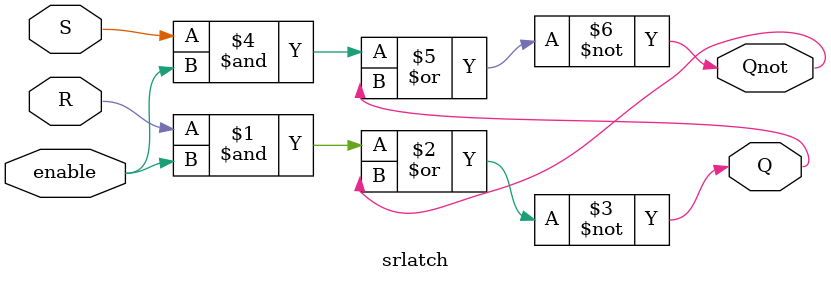
<source format=v>
module srlatch (
    input wire R,
    input wire S,
    input wire enable,
    output wire Q,
    output wire Qnot
);


assign Q = ~((R & enable) | Qnot);
assign Qnot = ~((S & enable) | Q);

endmodule 




</source>
